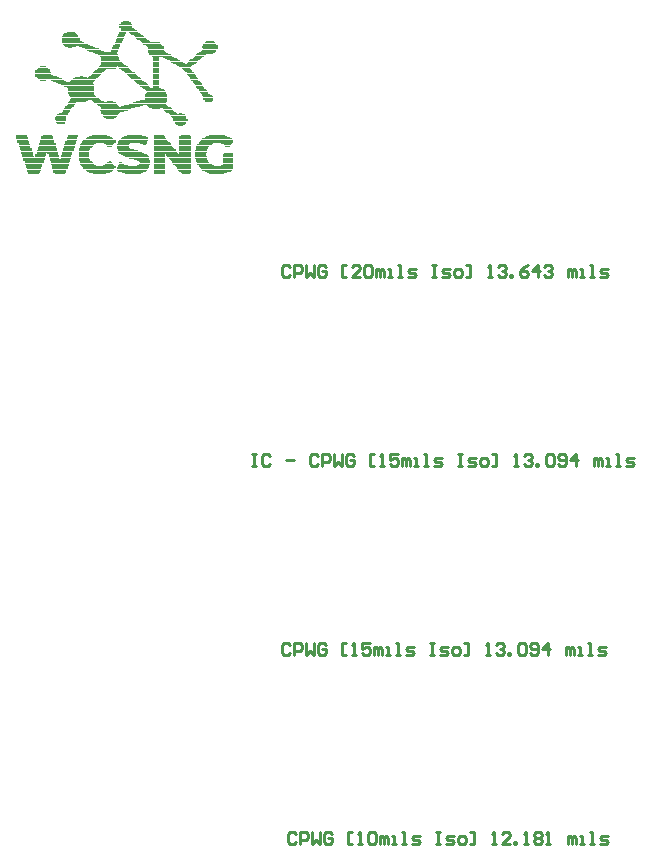
<source format=gto>
G04*
G04 #@! TF.GenerationSoftware,Altium Limited,Altium Designer,19.1.7 (138)*
G04*
G04 Layer_Color=65535*
%FSLAX25Y25*%
%MOIN*%
G70*
G01*
G75*
%ADD10C,0.00400*%
%ADD11C,0.01000*%
D10*
X88740Y345235D02*
X90340D01*
X87940Y344835D02*
X91140D01*
X87940Y344435D02*
X91140D01*
X87540Y344035D02*
X91540D01*
X87540Y343635D02*
X91540D01*
X87540Y343235D02*
X91540D01*
X87940Y342835D02*
X91940D01*
X87940Y342435D02*
X92340D01*
X87940Y342035D02*
X93140D01*
X69940Y341635D02*
X72340D01*
X87540D02*
X89540D01*
X90740D02*
X93540D01*
X69140Y341235D02*
X72740D01*
X87540D02*
X89540D01*
X91140D02*
X93940D01*
X68740Y340835D02*
X73140D01*
X87140D02*
X89140D01*
X91540D02*
X94340D01*
X68740Y340435D02*
X73540D01*
X87140D02*
X89140D01*
X92340D02*
X95140D01*
X68340Y340035D02*
X73540D01*
X86740D02*
X88740D01*
X92740D02*
X95540D01*
X68340Y339635D02*
X73940D01*
X86740D02*
X88740D01*
X93140D02*
X95940D01*
X68340Y339235D02*
X73940D01*
X86340D02*
X88340D01*
X93540D02*
X96340D01*
X68340Y338835D02*
X73940D01*
X86340D02*
X88340D01*
X94340D02*
X97140D01*
X68340Y338435D02*
X74740D01*
X86340D02*
X87940D01*
X94740D02*
X97540D01*
X116340D02*
X118740D01*
X68340Y338035D02*
X75540D01*
X85940D02*
X87940D01*
X95140D02*
X97940D01*
X98340D02*
X100740D01*
X115940D02*
X119140D01*
X68740Y337635D02*
X76740D01*
X85940D02*
X87540D01*
X95540D02*
X101140D01*
X115540D02*
X119540D01*
X69140Y337235D02*
X77540D01*
X85540D02*
X87540D01*
X96340D02*
X101540D01*
X115540D02*
X119940D01*
X69540Y336835D02*
X72740D01*
X73940D02*
X78340D01*
X85540D02*
X87540D01*
X96740D02*
X101940D01*
X115140D02*
X119940D01*
X70340Y336435D02*
X71540D01*
X75140D02*
X79140D01*
X85140D02*
X87140D01*
X97140D02*
X101940D01*
X115140D02*
X119940D01*
X75940Y336035D02*
X80340D01*
X85140D02*
X87140D01*
X97140D02*
X101940D01*
X115540D02*
X119940D01*
X76740Y335635D02*
X81140D01*
X84740D02*
X86740D01*
X97140D02*
X101940D01*
X115140D02*
X119540D01*
X77540Y335235D02*
X81940D01*
X84740D02*
X86740D01*
X97140D02*
X102340D01*
X114740D02*
X119540D01*
X78740Y334835D02*
X86340D01*
X97140D02*
X102740D01*
X113940D02*
X119140D01*
X79540Y334435D02*
X86340D01*
X97540D02*
X103540D01*
X113540D02*
X116340D01*
X116740D02*
X118340D01*
X80340Y334035D02*
X86740D01*
X97540D02*
X104340D01*
X113140D02*
X115940D01*
X81140Y333635D02*
X86740D01*
X98340D02*
X101140D01*
X101540D02*
X104740D01*
X112740D02*
X115540D01*
X81540Y333235D02*
X87140D01*
X98740D02*
X100340D01*
X101940D02*
X105540D01*
X112340D02*
X114740D01*
X81540Y332835D02*
X87140D01*
X98740D02*
X100340D01*
X102740D02*
X106340D01*
X111940D02*
X114340D01*
X81540Y332435D02*
X87140D01*
X98740D02*
X100340D01*
X103540D02*
X106740D01*
X111140D02*
X113940D01*
X81540Y332035D02*
X87540D01*
X98740D02*
X100340D01*
X104340D02*
X107540D01*
X110740D02*
X113540D01*
X81540Y331635D02*
X87940D01*
X98740D02*
X100340D01*
X104740D02*
X108340D01*
X110340D02*
X113140D01*
X81540Y331235D02*
X88340D01*
X98740D02*
X100340D01*
X105540D02*
X109140D01*
X109940D02*
X112740D01*
X81540Y330835D02*
X88740D01*
X98740D02*
X100340D01*
X106340D02*
X111940D01*
X81140Y330435D02*
X89540D01*
X98740D02*
X100340D01*
X106740D02*
X111540D01*
X61140Y330035D02*
X62740D01*
X80740D02*
X86340D01*
X87140D02*
X89940D01*
X98740D02*
X100340D01*
X107540D02*
X111140D01*
X60340Y329635D02*
X63540D01*
X80340D02*
X85940D01*
X87540D02*
X90340D01*
X98740D02*
X100340D01*
X108340D02*
X110740D01*
X59940Y329235D02*
X63940D01*
X79940D02*
X82740D01*
X87940D02*
X90740D01*
X98740D02*
X100340D01*
X108740D02*
X111140D01*
X59540Y328835D02*
X63940D01*
X79540D02*
X82340D01*
X88340D02*
X91140D01*
X98740D02*
X100340D01*
X109140D02*
X111540D01*
X59540Y328435D02*
X63940D01*
X79140D02*
X81940D01*
X89140D02*
X91540D01*
X98740D02*
X100340D01*
X109540D02*
X111540D01*
X59540Y328035D02*
X64340D01*
X78740D02*
X81540D01*
X89540D02*
X92340D01*
X98740D02*
X100340D01*
X109940D02*
X111940D01*
X59540Y327635D02*
X64340D01*
X78340D02*
X81140D01*
X89940D02*
X92740D01*
X98740D02*
X100340D01*
X109940D02*
X112340D01*
X59540Y327235D02*
X65140D01*
X77940D02*
X80740D01*
X90340D02*
X93140D01*
X98740D02*
X100340D01*
X110340D02*
X112740D01*
X59540Y326835D02*
X66340D01*
X74340D02*
X75140D01*
X77540D02*
X80340D01*
X90740D02*
X93540D01*
X98740D02*
X100340D01*
X110740D02*
X112740D01*
X59940Y326435D02*
X67140D01*
X72740D02*
X76340D01*
X77140D02*
X79940D01*
X91140D02*
X93940D01*
X98740D02*
X100340D01*
X111140D02*
X113140D01*
X60340Y326035D02*
X67940D01*
X71940D02*
X79540D01*
X91540D02*
X94340D01*
X98740D02*
X100340D01*
X111140D02*
X113540D01*
X61140Y325635D02*
X62740D01*
X64740D02*
X68740D01*
X71540D02*
X79140D01*
X92340D02*
X94740D01*
X98740D02*
X100340D01*
X111540D02*
X113540D01*
X65540Y325235D02*
X69540D01*
X71140D02*
X78740D01*
X92740D02*
X95540D01*
X98740D02*
X100340D01*
X111940D02*
X113940D01*
X66340Y324835D02*
X78340D01*
X93140D02*
X95940D01*
X98740D02*
X100340D01*
X111940D02*
X114340D01*
X67140Y324435D02*
X78340D01*
X93540D02*
X96340D01*
X98740D02*
X100340D01*
X112340D02*
X114740D01*
X67940Y324035D02*
X78740D01*
X93940D02*
X96740D01*
X98740D02*
X100340D01*
X112740D02*
X114740D01*
X69140Y323635D02*
X78740D01*
X94340D02*
X97140D01*
X98740D02*
X100340D01*
X113140D02*
X115140D01*
X69940Y323235D02*
X78740D01*
X95140D02*
X97540D01*
X98740D02*
X100340D01*
X113140D02*
X115540D01*
X70340Y322835D02*
X78740D01*
X95540D02*
X101140D01*
X113540D02*
X115540D01*
X70340Y322435D02*
X78740D01*
X95940D02*
X101940D01*
X113940D02*
X115940D01*
X70340Y322035D02*
X78740D01*
X96340D02*
X102340D01*
X113940D02*
X116340D01*
X70340Y321635D02*
X78740D01*
X96740D02*
X102740D01*
X114340D02*
X116740D01*
X70340Y321235D02*
X78740D01*
X96340D02*
X102740D01*
X114740D02*
X116740D01*
X70740Y320835D02*
X78740D01*
X95940D02*
X103140D01*
X115140D02*
X117540D01*
X70740Y320435D02*
X79140D01*
X95940D02*
X103140D01*
X115140D02*
X117940D01*
X71140Y320035D02*
X79540D01*
X95940D02*
X103140D01*
X115540D02*
X118340D01*
X71540Y319635D02*
X80340D01*
X95940D02*
X103140D01*
X115540D02*
X118340D01*
X71140Y319235D02*
X80740D01*
X95940D02*
X103140D01*
X115540D02*
X118340D01*
X71140Y318835D02*
X76740D01*
X78340D02*
X81140D01*
X94340D02*
X103140D01*
X115940D02*
X118340D01*
X70740Y318435D02*
X72740D01*
X73140D02*
X75940D01*
X78740D02*
X81940D01*
X83540D02*
X85140D01*
X93140D02*
X103140D01*
X115940D02*
X117940D01*
X70340Y318035D02*
X72740D01*
X79140D02*
X82340D01*
X82740D02*
X85940D01*
X91940D02*
X102740D01*
X70340Y317635D02*
X72340D01*
X79940D02*
X86340D01*
X90740D02*
X102740D01*
X69940Y317235D02*
X71940D01*
X80340D02*
X86740D01*
X89140D02*
X95140D01*
X96740D02*
X103140D01*
X69540Y316835D02*
X71940D01*
X81140D02*
X87140D01*
X87940D02*
X93940D01*
X97140D02*
X103540D01*
X69540Y316435D02*
X71540D01*
X81540D02*
X92340D01*
X97540D02*
X104340D01*
X69140Y316035D02*
X71140D01*
X81540D02*
X91140D01*
X98340D02*
X100740D01*
X101940D02*
X104740D01*
X68740Y315635D02*
X70740D01*
X81140D02*
X89940D01*
X102340D02*
X105140D01*
X68740Y315235D02*
X70740D01*
X81540D02*
X88740D01*
X102740D02*
X105540D01*
X68340Y314835D02*
X70340D01*
X81540D02*
X87540D01*
X103140D02*
X105940D01*
X67540Y314435D02*
X69940D01*
X81540D02*
X87140D01*
X103940D02*
X106340D01*
X107540D02*
X107940D01*
X66740Y314035D02*
X69940D01*
X81940D02*
X86740D01*
X104340D02*
X109140D01*
X66340Y313635D02*
X69540D01*
X81940D02*
X86340D01*
X104740D02*
X109540D01*
X65940Y313235D02*
X69540D01*
X82340D02*
X85940D01*
X105140D02*
X109540D01*
X65940Y312835D02*
X69540D01*
X83140D02*
X85540D01*
X105540D02*
X109540D01*
X65940Y312435D02*
X69540D01*
X105540D02*
X109940D01*
X66340Y312035D02*
X69540D01*
X105540D02*
X109940D01*
X66340Y311635D02*
X69140D01*
X105940D02*
X109540D01*
X66740Y311235D02*
X69140D01*
X105940D02*
X109540D01*
X106340Y310835D02*
X109140D01*
X107140Y310435D02*
X108340D01*
X53140Y307235D02*
X56340D01*
X61940D02*
X64740D01*
X70340D02*
X73540D01*
X78340D02*
X83140D01*
X89940D02*
X94740D01*
X99140D02*
X101940D01*
X107940D02*
X110740D01*
X117540D02*
X122340D01*
X53140Y306835D02*
X56340D01*
X61540D02*
X65140D01*
X70340D02*
X73540D01*
X77540D02*
X83940D01*
X89140D02*
X95940D01*
X99140D02*
X102340D01*
X107540D02*
X111140D01*
X116340D02*
X123140D01*
X53140Y306435D02*
X56740D01*
X61540D02*
X65140D01*
X69940D02*
X73140D01*
X76740D02*
X84740D01*
X88340D02*
X96740D01*
X99140D02*
X102340D01*
X107540D02*
X111140D01*
X115940D02*
X123940D01*
X53140Y306035D02*
X56740D01*
X61540D02*
X65140D01*
X69940D02*
X73140D01*
X76340D02*
X85140D01*
X87940D02*
X96740D01*
X99140D02*
X102740D01*
X107540D02*
X111140D01*
X115140D02*
X124740D01*
X53540Y305635D02*
X56740D01*
X61140D02*
X65540D01*
X69940D02*
X73140D01*
X75540D02*
X85940D01*
X87540D02*
X96740D01*
X99140D02*
X103140D01*
X107540D02*
X111140D01*
X114740D02*
X125140D01*
X53540Y305235D02*
X57140D01*
X61140D02*
X65540D01*
X69540D02*
X72740D01*
X75140D02*
X85940D01*
X87140D02*
X96340D01*
X99140D02*
X103540D01*
X107540D02*
X111140D01*
X114340D02*
X125140D01*
X53540Y304835D02*
X57140D01*
X61140D02*
X65540D01*
X69540D02*
X72740D01*
X75140D02*
X85940D01*
X87140D02*
X96340D01*
X99140D02*
X103940D01*
X107540D02*
X111140D01*
X113940D02*
X125140D01*
X53940Y304435D02*
X57140D01*
X60740D02*
X65940D01*
X69540D02*
X72740D01*
X74740D02*
X79540D01*
X82340D02*
X85540D01*
X87140D02*
X90740D01*
X94340D02*
X96340D01*
X99140D02*
X104340D01*
X107540D02*
X111140D01*
X113940D02*
X118340D01*
X121540D02*
X124740D01*
X53940Y304035D02*
X57540D01*
X60740D02*
X65940D01*
X69140D02*
X72340D01*
X74340D02*
X78740D01*
X83140D02*
X85140D01*
X86740D02*
X90340D01*
X95540D02*
X95940D01*
X99140D02*
X104340D01*
X107540D02*
X111140D01*
X113540D02*
X117940D01*
X122340D02*
X124340D01*
X53940Y303635D02*
X57540D01*
X60740D02*
X65940D01*
X69140D02*
X72340D01*
X74340D02*
X78340D01*
X83540D02*
X84740D01*
X86740D02*
X90340D01*
X99140D02*
X104740D01*
X107540D02*
X111140D01*
X113140D02*
X117140D01*
X122740D02*
X123940D01*
X54340Y303235D02*
X57540D01*
X60340D02*
X65940D01*
X69140D02*
X72340D01*
X74340D02*
X77940D01*
X86740D02*
X90340D01*
X99140D02*
X105140D01*
X107540D02*
X111140D01*
X113140D02*
X116740D01*
X54340Y302835D02*
X57940D01*
X60340D02*
X66340D01*
X68740D02*
X71940D01*
X73940D02*
X77540D01*
X86740D02*
X90740D01*
X99140D02*
X105540D01*
X107540D02*
X111140D01*
X113140D02*
X116740D01*
X54340Y302435D02*
X57940D01*
X60340D02*
X66340D01*
X68740D02*
X71940D01*
X73940D02*
X77540D01*
X87140D02*
X91940D01*
X99140D02*
X105940D01*
X107540D02*
X111140D01*
X113140D02*
X116340D01*
X54740Y302035D02*
X57940D01*
X59940D02*
X63140D01*
X63540D02*
X66340D01*
X68740D02*
X71940D01*
X73940D02*
X77140D01*
X87140D02*
X93540D01*
X99140D02*
X105940D01*
X107540D02*
X111140D01*
X112740D02*
X116340D01*
X54740Y301635D02*
X58340D01*
X59940D02*
X63140D01*
X63540D02*
X66740D01*
X68340D02*
X71540D01*
X73940D02*
X77140D01*
X87140D02*
X94740D01*
X99140D02*
X106340D01*
X107540D02*
X111140D01*
X112740D02*
X116340D01*
X54740Y301235D02*
X58340D01*
X59940D02*
X62740D01*
X63540D02*
X66740D01*
X68340D02*
X71540D01*
X73940D02*
X77140D01*
X87540D02*
X95540D01*
X99140D02*
X102340D01*
X102740D02*
X106740D01*
X107540D02*
X111140D01*
X112740D02*
X115940D01*
X122340D02*
X125140D01*
X55140Y300835D02*
X58340D01*
X59540D02*
X62740D01*
X63940D02*
X66740D01*
X68340D02*
X71540D01*
X73940D02*
X77140D01*
X87940D02*
X96340D01*
X99140D02*
X102340D01*
X103140D02*
X107140D01*
X107540D02*
X111140D01*
X112740D02*
X115940D01*
X121940D02*
X125140D01*
X55140Y300435D02*
X58340D01*
X59540D02*
X62740D01*
X63940D02*
X67140D01*
X67940D02*
X71140D01*
X73940D02*
X77140D01*
X88740D02*
X96740D01*
X99140D02*
X102340D01*
X103140D02*
X111140D01*
X112740D02*
X115940D01*
X121940D02*
X125140D01*
X55140Y300035D02*
X58740D01*
X59540D02*
X62340D01*
X63940D02*
X67140D01*
X67940D02*
X71140D01*
X73940D02*
X77140D01*
X89540D02*
X97140D01*
X99140D02*
X102340D01*
X103540D02*
X111140D01*
X112740D02*
X116340D01*
X121940D02*
X125140D01*
X55540Y299635D02*
X58740D01*
X59140D02*
X62340D01*
X64340D02*
X67140D01*
X67940D02*
X71140D01*
X73940D02*
X77140D01*
X90740D02*
X97140D01*
X99140D02*
X102340D01*
X103940D02*
X111140D01*
X112740D02*
X116340D01*
X121940D02*
X125140D01*
X55540Y299235D02*
X58740D01*
X59140D02*
X62340D01*
X64340D02*
X70740D01*
X73940D02*
X77540D01*
X92340D02*
X97140D01*
X99140D02*
X102340D01*
X104340D02*
X111140D01*
X113140D02*
X116340D01*
X121940D02*
X125140D01*
X55540Y298835D02*
X61940D01*
X64340D02*
X70740D01*
X73940D02*
X77540D01*
X93540D02*
X97540D01*
X99140D02*
X102340D01*
X104740D02*
X111140D01*
X113140D02*
X116740D01*
X121940D02*
X125140D01*
X55940Y298435D02*
X61940D01*
X64740D02*
X70740D01*
X74340D02*
X77940D01*
X83940D02*
X84340D01*
X93940D02*
X97540D01*
X99140D02*
X102340D01*
X105140D02*
X111140D01*
X113140D02*
X116740D01*
X121940D02*
X125140D01*
X55940Y298035D02*
X61940D01*
X64740D02*
X70340D01*
X74340D02*
X78340D01*
X83540D02*
X84740D01*
X87540D02*
X87940D01*
X94340D02*
X97540D01*
X99140D02*
X102340D01*
X105140D02*
X111140D01*
X113540D02*
X117140D01*
X121940D02*
X125140D01*
X55940Y297635D02*
X61540D01*
X64740D02*
X70340D01*
X74340D02*
X78740D01*
X82740D02*
X85140D01*
X87540D02*
X88740D01*
X93940D02*
X97540D01*
X99140D02*
X102340D01*
X105540D02*
X111140D01*
X113540D02*
X117940D01*
X121940D02*
X125140D01*
X56340Y297235D02*
X61540D01*
X65140D02*
X70340D01*
X74740D02*
X79540D01*
X81940D02*
X85540D01*
X87140D02*
X89940D01*
X93540D02*
X97140D01*
X99140D02*
X102340D01*
X105940D02*
X111140D01*
X113940D02*
X118740D01*
X121540D02*
X125140D01*
X56340Y296835D02*
X61540D01*
X65140D02*
X69940D01*
X75140D02*
X85940D01*
X87140D02*
X97140D01*
X99140D02*
X102340D01*
X106340D02*
X111140D01*
X113940D02*
X125140D01*
X56340Y296435D02*
X61140D01*
X65140D02*
X69940D01*
X75540D02*
X85940D01*
X86740D02*
X97140D01*
X99140D02*
X102340D01*
X106740D02*
X111140D01*
X114340D02*
X125140D01*
X56740Y296035D02*
X61140D01*
X65140D02*
X69940D01*
X75540D02*
X85540D01*
X86740D02*
X96740D01*
X99140D02*
X102340D01*
X106740D02*
X111140D01*
X114740D02*
X125140D01*
X56740Y295635D02*
X61140D01*
X65540D02*
X69540D01*
X76340D02*
X85140D01*
X86740D02*
X96340D01*
X99140D02*
X102340D01*
X107140D02*
X111140D01*
X115140D02*
X124740D01*
X56740Y295235D02*
X60740D01*
X65540D02*
X69540D01*
X76740D02*
X84740D01*
X87140D02*
X95940D01*
X99140D02*
X102340D01*
X107540D02*
X111140D01*
X115940D02*
X124340D01*
X57140Y294835D02*
X60740D01*
X65540D02*
X69540D01*
X77540D02*
X83940D01*
X88340D02*
X95140D01*
X99140D02*
X102340D01*
X107940D02*
X111140D01*
X116740D02*
X123140D01*
X57140Y294435D02*
X60340D01*
X65940D02*
X69140D01*
X78740D02*
X82740D01*
X89540D02*
X94340D01*
X99140D02*
X102340D01*
X108340D02*
X110740D01*
X117540D02*
X121940D01*
D11*
X144398Y263175D02*
X143732Y263841D01*
X142399D01*
X141732Y263175D01*
Y260509D01*
X142399Y259842D01*
X143732D01*
X144398Y260509D01*
X145731Y259842D02*
Y263841D01*
X147730D01*
X148397Y263175D01*
Y261842D01*
X147730Y261175D01*
X145731D01*
X149730Y263841D02*
Y259842D01*
X151063Y261175D01*
X152395Y259842D01*
Y263841D01*
X156394Y263175D02*
X155728Y263841D01*
X154395D01*
X153728Y263175D01*
Y260509D01*
X154395Y259842D01*
X155728D01*
X156394Y260509D01*
Y261842D01*
X155061D01*
X163059Y259842D02*
X161726D01*
Y263841D01*
X163059D01*
X167724Y259842D02*
X165058D01*
X167724Y262508D01*
Y263175D01*
X167057Y263841D01*
X165725D01*
X165058Y263175D01*
X169057D02*
X169723Y263841D01*
X171056D01*
X171723Y263175D01*
Y260509D01*
X171056Y259842D01*
X169723D01*
X169057Y260509D01*
Y263175D01*
X173056Y259842D02*
Y262508D01*
X173722D01*
X174388Y261842D01*
Y259842D01*
Y261842D01*
X175055Y262508D01*
X175721Y261842D01*
Y259842D01*
X177054D02*
X178387D01*
X177721D01*
Y262508D01*
X177054D01*
X180386Y259842D02*
X181719D01*
X181053D01*
Y263841D01*
X180386D01*
X183719Y259842D02*
X185718D01*
X186384Y260509D01*
X185718Y261175D01*
X184385D01*
X183719Y261842D01*
X184385Y262508D01*
X186384D01*
X191716Y263841D02*
X193049D01*
X192383D01*
Y259842D01*
X191716D01*
X193049D01*
X195048D02*
X197048D01*
X197714Y260509D01*
X197048Y261175D01*
X195715D01*
X195048Y261842D01*
X195715Y262508D01*
X197714D01*
X199714Y259842D02*
X201046D01*
X201713Y260509D01*
Y261842D01*
X201046Y262508D01*
X199714D01*
X199047Y261842D01*
Y260509D01*
X199714Y259842D01*
X203046D02*
X204379D01*
Y263841D01*
X203046D01*
X210377Y259842D02*
X211710D01*
X211043D01*
Y263841D01*
X210377Y263175D01*
X213709D02*
X214375Y263841D01*
X215708D01*
X216375Y263175D01*
Y262508D01*
X215708Y261842D01*
X215042D01*
X215708D01*
X216375Y261175D01*
Y260509D01*
X215708Y259842D01*
X214375D01*
X213709Y260509D01*
X217708Y259842D02*
Y260509D01*
X218374D01*
Y259842D01*
X217708D01*
X223706Y263841D02*
X222373Y263175D01*
X221040Y261842D01*
Y260509D01*
X221707Y259842D01*
X223039D01*
X223706Y260509D01*
Y261175D01*
X223039Y261842D01*
X221040D01*
X227038Y259842D02*
Y263841D01*
X225039Y261842D01*
X227705D01*
X229037Y263175D02*
X229704Y263841D01*
X231037D01*
X231703Y263175D01*
Y262508D01*
X231037Y261842D01*
X230370D01*
X231037D01*
X231703Y261175D01*
Y260509D01*
X231037Y259842D01*
X229704D01*
X229037Y260509D01*
X237035Y259842D02*
Y262508D01*
X237701D01*
X238368Y261842D01*
Y259842D01*
Y261842D01*
X239034Y262508D01*
X239701Y261842D01*
Y259842D01*
X241034D02*
X242367D01*
X241700D01*
Y262508D01*
X241034D01*
X244366Y259842D02*
X245699D01*
X245032D01*
Y263841D01*
X244366D01*
X247698Y259842D02*
X249697D01*
X250364Y260509D01*
X249697Y261175D01*
X248365D01*
X247698Y261842D01*
X248365Y262508D01*
X250364D01*
X131890Y200849D02*
X133223D01*
X132556D01*
Y196850D01*
X131890D01*
X133223D01*
X137888Y200183D02*
X137221Y200849D01*
X135889D01*
X135222Y200183D01*
Y197517D01*
X135889Y196850D01*
X137221D01*
X137888Y197517D01*
X143219Y198850D02*
X145885D01*
X153883Y200183D02*
X153216Y200849D01*
X151883D01*
X151217Y200183D01*
Y197517D01*
X151883Y196850D01*
X153216D01*
X153883Y197517D01*
X155216Y196850D02*
Y200849D01*
X157215D01*
X157881Y200183D01*
Y198850D01*
X157215Y198183D01*
X155216D01*
X159214Y200849D02*
Y196850D01*
X160547Y198183D01*
X161880Y196850D01*
Y200849D01*
X165879Y200183D02*
X165212Y200849D01*
X163879D01*
X163213Y200183D01*
Y197517D01*
X163879Y196850D01*
X165212D01*
X165879Y197517D01*
Y198850D01*
X164546D01*
X172543Y196850D02*
X171210D01*
Y200849D01*
X172543D01*
X174543Y196850D02*
X175876D01*
X175209D01*
Y200849D01*
X174543Y200183D01*
X180541Y200849D02*
X177875D01*
Y198850D01*
X179208Y199516D01*
X179874D01*
X180541Y198850D01*
Y197517D01*
X179874Y196850D01*
X178541D01*
X177875Y197517D01*
X181874Y196850D02*
Y199516D01*
X182540D01*
X183206Y198850D01*
Y196850D01*
Y198850D01*
X183873Y199516D01*
X184539Y198850D01*
Y196850D01*
X185872D02*
X187205D01*
X186539D01*
Y199516D01*
X185872D01*
X189205Y196850D02*
X190538D01*
X189871D01*
Y200849D01*
X189205D01*
X192537Y196850D02*
X194536D01*
X195203Y197517D01*
X194536Y198183D01*
X193203D01*
X192537Y198850D01*
X193203Y199516D01*
X195203D01*
X200534Y200849D02*
X201867D01*
X201201D01*
Y196850D01*
X200534D01*
X201867D01*
X203867D02*
X205866D01*
X206532Y197517D01*
X205866Y198183D01*
X204533D01*
X203867Y198850D01*
X204533Y199516D01*
X206532D01*
X208532Y196850D02*
X209865D01*
X210531Y197517D01*
Y198850D01*
X209865Y199516D01*
X208532D01*
X207865Y198850D01*
Y197517D01*
X208532Y196850D01*
X211864D02*
X213197D01*
Y200849D01*
X211864D01*
X219195Y196850D02*
X220528D01*
X219861D01*
Y200849D01*
X219195Y200183D01*
X222527D02*
X223194Y200849D01*
X224527D01*
X225193Y200183D01*
Y199516D01*
X224527Y198850D01*
X223860D01*
X224527D01*
X225193Y198183D01*
Y197517D01*
X224527Y196850D01*
X223194D01*
X222527Y197517D01*
X226526Y196850D02*
Y197517D01*
X227192D01*
Y196850D01*
X226526D01*
X229858Y200183D02*
X230525Y200849D01*
X231857D01*
X232524Y200183D01*
Y197517D01*
X231857Y196850D01*
X230525D01*
X229858Y197517D01*
Y200183D01*
X233857Y197517D02*
X234523Y196850D01*
X235856D01*
X236523Y197517D01*
Y200183D01*
X235856Y200849D01*
X234523D01*
X233857Y200183D01*
Y199516D01*
X234523Y198850D01*
X236523D01*
X239855Y196850D02*
Y200849D01*
X237856Y198850D01*
X240521D01*
X245853Y196850D02*
Y199516D01*
X246519D01*
X247186Y198850D01*
Y196850D01*
Y198850D01*
X247852Y199516D01*
X248519Y198850D01*
Y196850D01*
X249852D02*
X251185D01*
X250518D01*
Y199516D01*
X249852D01*
X253184Y196850D02*
X254517D01*
X253850D01*
Y200849D01*
X253184D01*
X256516Y196850D02*
X258516D01*
X259182Y197517D01*
X258516Y198183D01*
X257183D01*
X256516Y198850D01*
X257183Y199516D01*
X259182D01*
X144398Y137190D02*
X143732Y137857D01*
X142399D01*
X141732Y137190D01*
Y134525D01*
X142399Y133858D01*
X143732D01*
X144398Y134525D01*
X145731Y133858D02*
Y137857D01*
X147730D01*
X148397Y137190D01*
Y135858D01*
X147730Y135191D01*
X145731D01*
X149730Y137857D02*
Y133858D01*
X151063Y135191D01*
X152395Y133858D01*
Y137857D01*
X156394Y137190D02*
X155728Y137857D01*
X154395D01*
X153728Y137190D01*
Y134525D01*
X154395Y133858D01*
X155728D01*
X156394Y134525D01*
Y135858D01*
X155061D01*
X163059Y133858D02*
X161726D01*
Y137857D01*
X163059D01*
X165058Y133858D02*
X166391D01*
X165725D01*
Y137857D01*
X165058Y137190D01*
X171056Y137857D02*
X168390D01*
Y135858D01*
X169723Y136524D01*
X170390D01*
X171056Y135858D01*
Y134525D01*
X170390Y133858D01*
X169057D01*
X168390Y134525D01*
X172389Y133858D02*
Y136524D01*
X173056D01*
X173722Y135858D01*
Y133858D01*
Y135858D01*
X174388Y136524D01*
X175055Y135858D01*
Y133858D01*
X176388D02*
X177721D01*
X177054D01*
Y136524D01*
X176388D01*
X179720Y133858D02*
X181053D01*
X180386D01*
Y137857D01*
X179720D01*
X183052Y133858D02*
X185052D01*
X185718Y134525D01*
X185052Y135191D01*
X183719D01*
X183052Y135858D01*
X183719Y136524D01*
X185718D01*
X191050Y137857D02*
X192383D01*
X191716D01*
Y133858D01*
X191050D01*
X192383D01*
X194382D02*
X196381D01*
X197048Y134525D01*
X196381Y135191D01*
X195048D01*
X194382Y135858D01*
X195048Y136524D01*
X197048D01*
X199047Y133858D02*
X200380D01*
X201046Y134525D01*
Y135858D01*
X200380Y136524D01*
X199047D01*
X198381Y135858D01*
Y134525D01*
X199047Y133858D01*
X202379D02*
X203712D01*
Y137857D01*
X202379D01*
X209710Y133858D02*
X211043D01*
X210377D01*
Y137857D01*
X209710Y137190D01*
X213043D02*
X213709Y137857D01*
X215042D01*
X215708Y137190D01*
Y136524D01*
X215042Y135858D01*
X214375D01*
X215042D01*
X215708Y135191D01*
Y134525D01*
X215042Y133858D01*
X213709D01*
X213043Y134525D01*
X217041Y133858D02*
Y134525D01*
X217708D01*
Y133858D01*
X217041D01*
X220374Y137190D02*
X221040Y137857D01*
X222373D01*
X223039Y137190D01*
Y134525D01*
X222373Y133858D01*
X221040D01*
X220374Y134525D01*
Y137190D01*
X224372Y134525D02*
X225039Y133858D01*
X226372D01*
X227038Y134525D01*
Y137190D01*
X226372Y137857D01*
X225039D01*
X224372Y137190D01*
Y136524D01*
X225039Y135858D01*
X227038D01*
X230370Y133858D02*
Y137857D01*
X228371Y135858D01*
X231037D01*
X236368Y133858D02*
Y136524D01*
X237035D01*
X237701Y135858D01*
Y133858D01*
Y135858D01*
X238368Y136524D01*
X239034Y135858D01*
Y133858D01*
X240367D02*
X241700D01*
X241034D01*
Y136524D01*
X240367D01*
X243699Y133858D02*
X245032D01*
X244366D01*
Y137857D01*
X243699D01*
X247032Y133858D02*
X249031D01*
X249697Y134525D01*
X249031Y135191D01*
X247698D01*
X247032Y135858D01*
X247698Y136524D01*
X249697D01*
X146367Y74198D02*
X145700Y74865D01*
X144367D01*
X143701Y74198D01*
Y71533D01*
X144367Y70866D01*
X145700D01*
X146367Y71533D01*
X147699Y70866D02*
Y74865D01*
X149699D01*
X150365Y74198D01*
Y72865D01*
X149699Y72199D01*
X147699D01*
X151698Y74865D02*
Y70866D01*
X153031Y72199D01*
X154364Y70866D01*
Y74865D01*
X158363Y74198D02*
X157696Y74865D01*
X156363D01*
X155697Y74198D01*
Y71533D01*
X156363Y70866D01*
X157696D01*
X158363Y71533D01*
Y72865D01*
X157030D01*
X165027Y70866D02*
X163694D01*
Y74865D01*
X165027D01*
X167027Y70866D02*
X168359D01*
X167693D01*
Y74865D01*
X167027Y74198D01*
X170359D02*
X171025Y74865D01*
X172358D01*
X173025Y74198D01*
Y71533D01*
X172358Y70866D01*
X171025D01*
X170359Y71533D01*
Y74198D01*
X174358Y70866D02*
Y73532D01*
X175024D01*
X175690Y72865D01*
Y70866D01*
Y72865D01*
X176357Y73532D01*
X177023Y72865D01*
Y70866D01*
X178356D02*
X179689D01*
X179023D01*
Y73532D01*
X178356D01*
X181688Y70866D02*
X183021D01*
X182355D01*
Y74865D01*
X181688D01*
X185021Y70866D02*
X187020D01*
X187687Y71533D01*
X187020Y72199D01*
X185687D01*
X185021Y72865D01*
X185687Y73532D01*
X187687D01*
X193018Y74865D02*
X194351D01*
X193685D01*
Y70866D01*
X193018D01*
X194351D01*
X196351D02*
X198350D01*
X199016Y71533D01*
X198350Y72199D01*
X197017D01*
X196351Y72865D01*
X197017Y73532D01*
X199016D01*
X201016Y70866D02*
X202348D01*
X203015Y71533D01*
Y72865D01*
X202348Y73532D01*
X201016D01*
X200349Y72865D01*
Y71533D01*
X201016Y70866D01*
X204348D02*
X205681D01*
Y74865D01*
X204348D01*
X211679Y70866D02*
X213012D01*
X212345D01*
Y74865D01*
X211679Y74198D01*
X217677Y70866D02*
X215011D01*
X217677Y73532D01*
Y74198D01*
X217010Y74865D01*
X215678D01*
X215011Y74198D01*
X219010Y70866D02*
Y71533D01*
X219676D01*
Y70866D01*
X219010D01*
X222342D02*
X223675D01*
X223009D01*
Y74865D01*
X222342Y74198D01*
X225674D02*
X226341Y74865D01*
X227674D01*
X228340Y74198D01*
Y73532D01*
X227674Y72865D01*
X228340Y72199D01*
Y71533D01*
X227674Y70866D01*
X226341D01*
X225674Y71533D01*
Y72199D01*
X226341Y72865D01*
X225674Y73532D01*
Y74198D01*
X226341Y72865D02*
X227674D01*
X229673Y70866D02*
X231006D01*
X230340D01*
Y74865D01*
X229673Y74198D01*
X237004Y70866D02*
Y73532D01*
X237670D01*
X238337Y72865D01*
Y70866D01*
Y72865D01*
X239003Y73532D01*
X239670Y72865D01*
Y70866D01*
X241003D02*
X242336D01*
X241669D01*
Y73532D01*
X241003D01*
X244335Y70866D02*
X245668D01*
X245002D01*
Y74865D01*
X244335D01*
X247667Y70866D02*
X249667D01*
X250333Y71533D01*
X249667Y72199D01*
X248334D01*
X247667Y72865D01*
X248334Y73532D01*
X250333D01*
M02*

</source>
